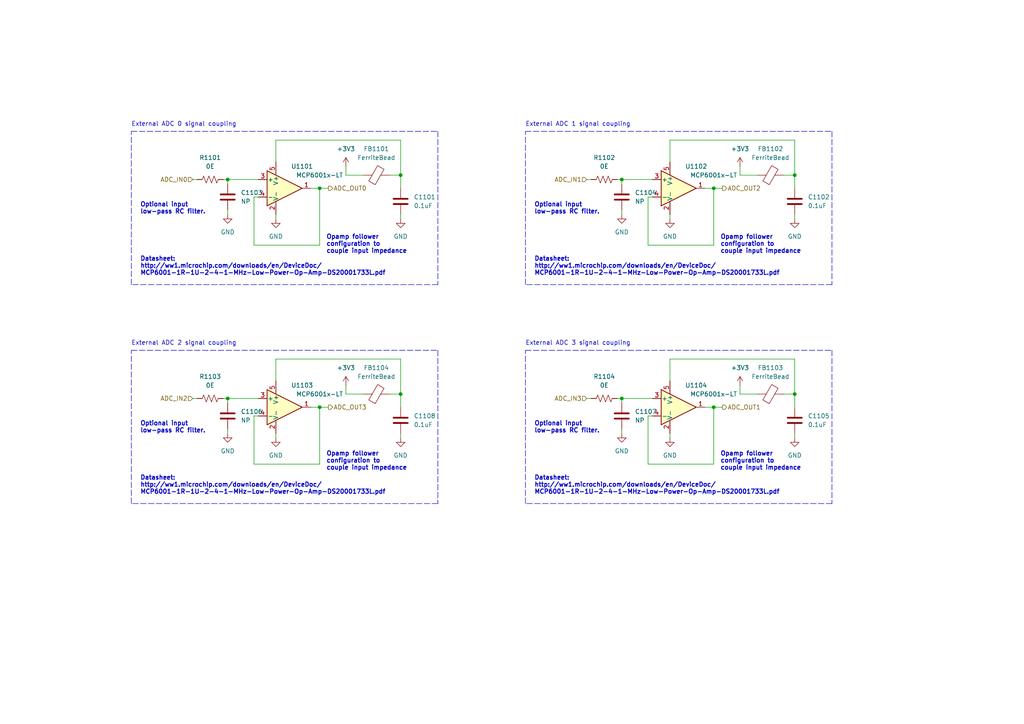
<source format=kicad_sch>
(kicad_sch (version 20211123) (generator eeschema)

  (uuid 2cef2060-ed20-41aa-b495-8a8913bda90e)

  (paper "A4")

  (title_block
    (title "Thesis Proyect Luis Ernesto Fdez")
    (date "2022-03-17")
    (rev "A")
    (company "Universidad Autónoma de Querétaro")
    (comment 1 "external sensors and LEGO mechanical construction elements as educational equipment.")
    (comment 2 "Design implemets a replacement for the LEGO Mindstorms robot controllers for use with")
    (comment 3 "Distributed Open-source as: CC BY-SA 4.0")
  )

  (lib_symbols
    (symbol "Amplifier_Operational:MCP6001x-LT" (pin_names (offset 0.127)) (in_bom yes) (on_board yes)
      (property "Reference" "U" (id 0) (at -1.27 6.35 0)
        (effects (font (size 1.27 1.27)) (justify left))
      )
      (property "Value" "MCP6001x-LT" (id 1) (at -1.27 3.81 0)
        (effects (font (size 1.27 1.27)) (justify left))
      )
      (property "Footprint" "Package_TO_SOT_SMD:SOT-353_SC-70-5" (id 2) (at -2.54 -5.08 0)
        (effects (font (size 1.27 1.27)) (justify left) hide)
      )
      (property "Datasheet" "http://ww1.microchip.com/downloads/en/DeviceDoc/21733j.pdf" (id 3) (at 0 0 0)
        (effects (font (size 1.27 1.27)) hide)
      )
      (property "ki_keywords" "single opamp" (id 4) (at 0 0 0)
        (effects (font (size 1.27 1.27)) hide)
      )
      (property "ki_description" "1 MHz, Low-Power Op Amp, SC-70-5" (id 5) (at 0 0 0)
        (effects (font (size 1.27 1.27)) hide)
      )
      (property "ki_fp_filters" "*SC?70*" (id 6) (at 0 0 0)
        (effects (font (size 1.27 1.27)) hide)
      )
      (symbol "MCP6001x-LT_0_1"
        (polyline
          (pts
            (xy -5.08 5.08)
            (xy 5.08 0)
            (xy -5.08 -5.08)
            (xy -5.08 5.08)
          )
          (stroke (width 0.254) (type default) (color 0 0 0 0))
          (fill (type background))
        )
        (pin power_in line (at -2.54 -7.62 90) (length 3.81)
          (name "V-" (effects (font (size 1.27 1.27))))
          (number "2" (effects (font (size 1.27 1.27))))
        )
        (pin power_in line (at -2.54 7.62 270) (length 3.81)
          (name "V+" (effects (font (size 1.27 1.27))))
          (number "5" (effects (font (size 1.27 1.27))))
        )
      )
      (symbol "MCP6001x-LT_1_1"
        (pin output line (at 7.62 0 180) (length 2.54)
          (name "~" (effects (font (size 1.27 1.27))))
          (number "1" (effects (font (size 1.27 1.27))))
        )
        (pin input line (at -7.62 2.54 0) (length 2.54)
          (name "+" (effects (font (size 1.27 1.27))))
          (number "3" (effects (font (size 1.27 1.27))))
        )
        (pin input line (at -7.62 -2.54 0) (length 2.54)
          (name "-" (effects (font (size 1.27 1.27))))
          (number "4" (effects (font (size 1.27 1.27))))
        )
      )
    )
    (symbol "Device:C" (pin_numbers hide) (pin_names (offset 0.254)) (in_bom yes) (on_board yes)
      (property "Reference" "C" (id 0) (at 0.635 2.54 0)
        (effects (font (size 1.27 1.27)) (justify left))
      )
      (property "Value" "C" (id 1) (at 0.635 -2.54 0)
        (effects (font (size 1.27 1.27)) (justify left))
      )
      (property "Footprint" "" (id 2) (at 0.9652 -3.81 0)
        (effects (font (size 1.27 1.27)) hide)
      )
      (property "Datasheet" "~" (id 3) (at 0 0 0)
        (effects (font (size 1.27 1.27)) hide)
      )
      (property "ki_keywords" "cap capacitor" (id 4) (at 0 0 0)
        (effects (font (size 1.27 1.27)) hide)
      )
      (property "ki_description" "Unpolarized capacitor" (id 5) (at 0 0 0)
        (effects (font (size 1.27 1.27)) hide)
      )
      (property "ki_fp_filters" "C_*" (id 6) (at 0 0 0)
        (effects (font (size 1.27 1.27)) hide)
      )
      (symbol "C_0_1"
        (polyline
          (pts
            (xy -2.032 -0.762)
            (xy 2.032 -0.762)
          )
          (stroke (width 0.508) (type default) (color 0 0 0 0))
          (fill (type none))
        )
        (polyline
          (pts
            (xy -2.032 0.762)
            (xy 2.032 0.762)
          )
          (stroke (width 0.508) (type default) (color 0 0 0 0))
          (fill (type none))
        )
      )
      (symbol "C_1_1"
        (pin passive line (at 0 3.81 270) (length 2.794)
          (name "~" (effects (font (size 1.27 1.27))))
          (number "1" (effects (font (size 1.27 1.27))))
        )
        (pin passive line (at 0 -3.81 90) (length 2.794)
          (name "~" (effects (font (size 1.27 1.27))))
          (number "2" (effects (font (size 1.27 1.27))))
        )
      )
    )
    (symbol "Device:FerriteBead" (pin_numbers hide) (pin_names (offset 0)) (in_bom yes) (on_board yes)
      (property "Reference" "FB" (id 0) (at -3.81 0.635 90)
        (effects (font (size 1.27 1.27)))
      )
      (property "Value" "FerriteBead" (id 1) (at 3.81 0 90)
        (effects (font (size 1.27 1.27)))
      )
      (property "Footprint" "" (id 2) (at -1.778 0 90)
        (effects (font (size 1.27 1.27)) hide)
      )
      (property "Datasheet" "~" (id 3) (at 0 0 0)
        (effects (font (size 1.27 1.27)) hide)
      )
      (property "ki_keywords" "L ferrite bead inductor filter" (id 4) (at 0 0 0)
        (effects (font (size 1.27 1.27)) hide)
      )
      (property "ki_description" "Ferrite bead" (id 5) (at 0 0 0)
        (effects (font (size 1.27 1.27)) hide)
      )
      (property "ki_fp_filters" "Inductor_* L_* *Ferrite*" (id 6) (at 0 0 0)
        (effects (font (size 1.27 1.27)) hide)
      )
      (symbol "FerriteBead_0_1"
        (polyline
          (pts
            (xy 0 -1.27)
            (xy 0 -1.2192)
          )
          (stroke (width 0) (type default) (color 0 0 0 0))
          (fill (type none))
        )
        (polyline
          (pts
            (xy 0 1.27)
            (xy 0 1.2954)
          )
          (stroke (width 0) (type default) (color 0 0 0 0))
          (fill (type none))
        )
        (polyline
          (pts
            (xy -2.7686 0.4064)
            (xy -1.7018 2.2606)
            (xy 2.7686 -0.3048)
            (xy 1.6764 -2.159)
            (xy -2.7686 0.4064)
          )
          (stroke (width 0) (type default) (color 0 0 0 0))
          (fill (type none))
        )
      )
      (symbol "FerriteBead_1_1"
        (pin passive line (at 0 3.81 270) (length 2.54)
          (name "~" (effects (font (size 1.27 1.27))))
          (number "1" (effects (font (size 1.27 1.27))))
        )
        (pin passive line (at 0 -3.81 90) (length 2.54)
          (name "~" (effects (font (size 1.27 1.27))))
          (number "2" (effects (font (size 1.27 1.27))))
        )
      )
    )
    (symbol "Device:R_US" (pin_numbers hide) (pin_names (offset 0)) (in_bom yes) (on_board yes)
      (property "Reference" "R" (id 0) (at 2.54 0 90)
        (effects (font (size 1.27 1.27)))
      )
      (property "Value" "R_US" (id 1) (at -2.54 0 90)
        (effects (font (size 1.27 1.27)))
      )
      (property "Footprint" "" (id 2) (at 1.016 -0.254 90)
        (effects (font (size 1.27 1.27)) hide)
      )
      (property "Datasheet" "~" (id 3) (at 0 0 0)
        (effects (font (size 1.27 1.27)) hide)
      )
      (property "ki_keywords" "R res resistor" (id 4) (at 0 0 0)
        (effects (font (size 1.27 1.27)) hide)
      )
      (property "ki_description" "Resistor, US symbol" (id 5) (at 0 0 0)
        (effects (font (size 1.27 1.27)) hide)
      )
      (property "ki_fp_filters" "R_*" (id 6) (at 0 0 0)
        (effects (font (size 1.27 1.27)) hide)
      )
      (symbol "R_US_0_1"
        (polyline
          (pts
            (xy 0 -2.286)
            (xy 0 -2.54)
          )
          (stroke (width 0) (type default) (color 0 0 0 0))
          (fill (type none))
        )
        (polyline
          (pts
            (xy 0 2.286)
            (xy 0 2.54)
          )
          (stroke (width 0) (type default) (color 0 0 0 0))
          (fill (type none))
        )
        (polyline
          (pts
            (xy 0 -0.762)
            (xy 1.016 -1.143)
            (xy 0 -1.524)
            (xy -1.016 -1.905)
            (xy 0 -2.286)
          )
          (stroke (width 0) (type default) (color 0 0 0 0))
          (fill (type none))
        )
        (polyline
          (pts
            (xy 0 0.762)
            (xy 1.016 0.381)
            (xy 0 0)
            (xy -1.016 -0.381)
            (xy 0 -0.762)
          )
          (stroke (width 0) (type default) (color 0 0 0 0))
          (fill (type none))
        )
        (polyline
          (pts
            (xy 0 2.286)
            (xy 1.016 1.905)
            (xy 0 1.524)
            (xy -1.016 1.143)
            (xy 0 0.762)
          )
          (stroke (width 0) (type default) (color 0 0 0 0))
          (fill (type none))
        )
      )
      (symbol "R_US_1_1"
        (pin passive line (at 0 3.81 270) (length 1.27)
          (name "~" (effects (font (size 1.27 1.27))))
          (number "1" (effects (font (size 1.27 1.27))))
        )
        (pin passive line (at 0 -3.81 90) (length 1.27)
          (name "~" (effects (font (size 1.27 1.27))))
          (number "2" (effects (font (size 1.27 1.27))))
        )
      )
    )
    (symbol "power:+3.3V" (power) (pin_names (offset 0)) (in_bom yes) (on_board yes)
      (property "Reference" "#PWR" (id 0) (at 0 -3.81 0)
        (effects (font (size 1.27 1.27)) hide)
      )
      (property "Value" "+3.3V" (id 1) (at 0 3.556 0)
        (effects (font (size 1.27 1.27)))
      )
      (property "Footprint" "" (id 2) (at 0 0 0)
        (effects (font (size 1.27 1.27)) hide)
      )
      (property "Datasheet" "" (id 3) (at 0 0 0)
        (effects (font (size 1.27 1.27)) hide)
      )
      (property "ki_keywords" "power-flag" (id 4) (at 0 0 0)
        (effects (font (size 1.27 1.27)) hide)
      )
      (property "ki_description" "Power symbol creates a global label with name \"+3.3V\"" (id 5) (at 0 0 0)
        (effects (font (size 1.27 1.27)) hide)
      )
      (symbol "+3.3V_0_1"
        (polyline
          (pts
            (xy -0.762 1.27)
            (xy 0 2.54)
          )
          (stroke (width 0) (type default) (color 0 0 0 0))
          (fill (type none))
        )
        (polyline
          (pts
            (xy 0 0)
            (xy 0 2.54)
          )
          (stroke (width 0) (type default) (color 0 0 0 0))
          (fill (type none))
        )
        (polyline
          (pts
            (xy 0 2.54)
            (xy 0.762 1.27)
          )
          (stroke (width 0) (type default) (color 0 0 0 0))
          (fill (type none))
        )
      )
      (symbol "+3.3V_1_1"
        (pin power_in line (at 0 0 90) (length 0) hide
          (name "+3V3" (effects (font (size 1.27 1.27))))
          (number "1" (effects (font (size 1.27 1.27))))
        )
      )
    )
    (symbol "power:GND" (power) (pin_names (offset 0)) (in_bom yes) (on_board yes)
      (property "Reference" "#PWR" (id 0) (at 0 -6.35 0)
        (effects (font (size 1.27 1.27)) hide)
      )
      (property "Value" "GND" (id 1) (at 0 -3.81 0)
        (effects (font (size 1.27 1.27)))
      )
      (property "Footprint" "" (id 2) (at 0 0 0)
        (effects (font (size 1.27 1.27)) hide)
      )
      (property "Datasheet" "" (id 3) (at 0 0 0)
        (effects (font (size 1.27 1.27)) hide)
      )
      (property "ki_keywords" "power-flag" (id 4) (at 0 0 0)
        (effects (font (size 1.27 1.27)) hide)
      )
      (property "ki_description" "Power symbol creates a global label with name \"GND\" , ground" (id 5) (at 0 0 0)
        (effects (font (size 1.27 1.27)) hide)
      )
      (symbol "GND_0_1"
        (polyline
          (pts
            (xy 0 0)
            (xy 0 -1.27)
            (xy 1.27 -1.27)
            (xy 0 -2.54)
            (xy -1.27 -1.27)
            (xy 0 -1.27)
          )
          (stroke (width 0) (type default) (color 0 0 0 0))
          (fill (type none))
        )
      )
      (symbol "GND_1_1"
        (pin power_in line (at 0 0 270) (length 0) hide
          (name "GND" (effects (font (size 1.27 1.27))))
          (number "1" (effects (font (size 1.27 1.27))))
        )
      )
    )
  )

  (junction (at 116.205 50.8) (diameter 0) (color 0 0 0 0)
    (uuid 010fd6a5-eedb-40c1-a82a-6ce17baba350)
  )
  (junction (at 207.01 118.11) (diameter 0) (color 0 0 0 0)
    (uuid 15238240-ebd5-4e51-8834-0fed8cf4908e)
  )
  (junction (at 92.71 118.11) (diameter 0) (color 0 0 0 0)
    (uuid 23f77692-308a-4e13-b73a-6103712db9c8)
  )
  (junction (at 230.505 114.3) (diameter 0) (color 0 0 0 0)
    (uuid 479c70d8-c7df-4e3f-8e09-17a6020c21f9)
  )
  (junction (at 116.205 114.3) (diameter 0) (color 0 0 0 0)
    (uuid 76dc1049-d1fe-482d-9d07-56dd932176ba)
  )
  (junction (at 66.04 115.57) (diameter 0) (color 0 0 0 0)
    (uuid a6927a11-996c-4cb9-ad10-19cd2f267ce0)
  )
  (junction (at 230.505 50.8) (diameter 0) (color 0 0 0 0)
    (uuid a900d24f-5d8e-472e-926d-018054e3e18a)
  )
  (junction (at 207.01 54.61) (diameter 0) (color 0 0 0 0)
    (uuid b91a7d0e-d860-49c3-9bb7-c768c993f9ab)
  )
  (junction (at 180.34 52.07) (diameter 0) (color 0 0 0 0)
    (uuid d20789e6-9fd2-4aad-b928-6c184dfc97ea)
  )
  (junction (at 92.71 54.61) (diameter 0) (color 0 0 0 0)
    (uuid f6df0bfa-bc02-4541-9391-5bcdcf885267)
  )
  (junction (at 66.04 52.07) (diameter 0) (color 0 0 0 0)
    (uuid fa955605-8310-4c1d-8f66-c8043064e413)
  )
  (junction (at 180.34 115.57) (diameter 0) (color 0 0 0 0)
    (uuid fe862095-fbef-4761-b54e-202c92d71a57)
  )

  (wire (pts (xy 189.23 57.15) (xy 187.96 57.15))
    (stroke (width 0) (type default) (color 0 0 0 0))
    (uuid 0127dfb2-9e8a-42d7-a078-d62f59bcd181)
  )
  (wire (pts (xy 230.505 125.73) (xy 230.505 127))
    (stroke (width 0) (type default) (color 0 0 0 0))
    (uuid 04e5e482-0aac-4155-98bf-d82c2ce1a492)
  )
  (wire (pts (xy 180.34 124.46) (xy 180.34 125.73))
    (stroke (width 0) (type default) (color 0 0 0 0))
    (uuid 0511462b-0c63-4b2c-8783-b14f7a96a917)
  )
  (wire (pts (xy 116.205 50.8) (xy 116.205 54.61))
    (stroke (width 0) (type default) (color 0 0 0 0))
    (uuid 0876ea84-d9a6-481c-b495-e2ea249a9365)
  )
  (wire (pts (xy 207.01 54.61) (xy 209.55 54.61))
    (stroke (width 0) (type default) (color 0 0 0 0))
    (uuid 0dec4ba4-7880-44e6-814c-8d500703affe)
  )
  (wire (pts (xy 80.01 125.73) (xy 80.01 127))
    (stroke (width 0) (type default) (color 0 0 0 0))
    (uuid 0e44c1cc-4223-4a48-95ce-9cae48651d00)
  )
  (wire (pts (xy 116.205 114.3) (xy 116.205 118.11))
    (stroke (width 0) (type default) (color 0 0 0 0))
    (uuid 0f42dfb3-9bdb-451b-86b3-ee0e186348ac)
  )
  (wire (pts (xy 66.04 116.84) (xy 66.04 115.57))
    (stroke (width 0) (type default) (color 0 0 0 0))
    (uuid 14221a98-28d0-4be0-b87e-73862133b200)
  )
  (wire (pts (xy 64.77 52.07) (xy 66.04 52.07))
    (stroke (width 0) (type default) (color 0 0 0 0))
    (uuid 16e05dfd-21e9-4add-ae84-10dfffaeaf6f)
  )
  (wire (pts (xy 187.96 134.62) (xy 207.01 134.62))
    (stroke (width 0) (type default) (color 0 0 0 0))
    (uuid 18d85c06-2c00-4d6c-b702-99b3362bd8d7)
  )
  (polyline (pts (xy 38.1 82.55) (xy 38.1 38.1))
    (stroke (width 0) (type default) (color 0 0 0 0))
    (uuid 196021b9-ff47-43a8-9e4e-0f272bcfce1a)
  )

  (wire (pts (xy 194.31 40.64) (xy 194.31 46.99))
    (stroke (width 0) (type default) (color 0 0 0 0))
    (uuid 1baf9b7e-d41f-4ea7-b747-869daa12ee9b)
  )
  (wire (pts (xy 189.23 120.65) (xy 187.96 120.65))
    (stroke (width 0) (type default) (color 0 0 0 0))
    (uuid 1c9fedcb-80e9-412c-9556-292f47576065)
  )
  (wire (pts (xy 100.33 50.8) (xy 105.41 50.8))
    (stroke (width 0) (type default) (color 0 0 0 0))
    (uuid 1f7ef47d-7132-4712-923d-c47c17514458)
  )
  (wire (pts (xy 100.33 114.3) (xy 105.41 114.3))
    (stroke (width 0) (type default) (color 0 0 0 0))
    (uuid 22173130-bd04-4879-9275-37de85e35cd5)
  )
  (polyline (pts (xy 38.1 38.1) (xy 127 38.1))
    (stroke (width 0) (type default) (color 0 0 0 0))
    (uuid 27ce6bfa-cd26-4e5e-aacc-86ea606841d8)
  )

  (wire (pts (xy 214.63 50.8) (xy 219.71 50.8))
    (stroke (width 0) (type default) (color 0 0 0 0))
    (uuid 299a2765-53e4-4d2e-8876-8beca9497715)
  )
  (polyline (pts (xy 241.3 101.6) (xy 241.3 146.05))
    (stroke (width 0) (type default) (color 0 0 0 0))
    (uuid 2d5731a1-64e3-4746-bd82-8f4cb3786bb6)
  )

  (wire (pts (xy 170.18 115.57) (xy 171.45 115.57))
    (stroke (width 0) (type default) (color 0 0 0 0))
    (uuid 30605df1-6783-4bea-9b05-b0fedf643cd8)
  )
  (polyline (pts (xy 127 146.05) (xy 38.1 146.05))
    (stroke (width 0) (type default) (color 0 0 0 0))
    (uuid 31980a3f-afd1-433d-8d0f-04a165a8afc6)
  )

  (wire (pts (xy 116.205 125.73) (xy 116.205 127))
    (stroke (width 0) (type default) (color 0 0 0 0))
    (uuid 32c7b273-d502-47ce-acb3-1ccf602f7e72)
  )
  (wire (pts (xy 80.01 40.64) (xy 116.205 40.64))
    (stroke (width 0) (type default) (color 0 0 0 0))
    (uuid 34515928-0e14-4410-a218-d345302f8b16)
  )
  (wire (pts (xy 194.31 125.73) (xy 194.31 127))
    (stroke (width 0) (type default) (color 0 0 0 0))
    (uuid 36d45ab5-e9c1-4ed9-ba6a-7cde9c3c0d57)
  )
  (wire (pts (xy 66.04 115.57) (xy 74.93 115.57))
    (stroke (width 0) (type default) (color 0 0 0 0))
    (uuid 3b7fe25c-b850-49d5-8b1d-f31bcc2b0d05)
  )
  (polyline (pts (xy 241.3 38.1) (xy 241.3 82.55))
    (stroke (width 0) (type default) (color 0 0 0 0))
    (uuid 3c8cbb49-3bd5-46e4-b250-7cbe7757b185)
  )

  (wire (pts (xy 80.01 104.14) (xy 80.01 110.49))
    (stroke (width 0) (type default) (color 0 0 0 0))
    (uuid 40054647-4ea2-420d-b866-5ede8f95c99f)
  )
  (wire (pts (xy 230.505 114.3) (xy 230.505 118.11))
    (stroke (width 0) (type default) (color 0 0 0 0))
    (uuid 40fa6b99-3d80-4610-bd0d-029afa170855)
  )
  (wire (pts (xy 55.88 52.07) (xy 57.15 52.07))
    (stroke (width 0) (type default) (color 0 0 0 0))
    (uuid 42603496-587f-4033-b74e-62931787bce4)
  )
  (wire (pts (xy 66.04 60.96) (xy 66.04 62.23))
    (stroke (width 0) (type default) (color 0 0 0 0))
    (uuid 44bdda24-1c95-440b-8dc4-3a0b80092bae)
  )
  (wire (pts (xy 194.31 104.14) (xy 194.31 110.49))
    (stroke (width 0) (type default) (color 0 0 0 0))
    (uuid 46bddb0d-1095-4a0f-ac00-8c9dc9d7fb9f)
  )
  (wire (pts (xy 80.01 40.64) (xy 80.01 46.99))
    (stroke (width 0) (type default) (color 0 0 0 0))
    (uuid 4a89bfbf-8dc8-44c0-80b3-4cfcd603a086)
  )
  (wire (pts (xy 230.505 40.64) (xy 230.505 50.8))
    (stroke (width 0) (type default) (color 0 0 0 0))
    (uuid 4c220c2f-a12f-4b22-9e16-081564ec8e6f)
  )
  (polyline (pts (xy 241.3 146.05) (xy 152.4 146.05))
    (stroke (width 0) (type default) (color 0 0 0 0))
    (uuid 4d232f00-f6c0-4e6c-91fe-ff0ebdd76b11)
  )
  (polyline (pts (xy 152.4 146.05) (xy 152.4 101.6))
    (stroke (width 0) (type default) (color 0 0 0 0))
    (uuid 50cd9380-5264-4281-b10c-0b3fcc2da377)
  )
  (polyline (pts (xy 127 38.1) (xy 127 82.55))
    (stroke (width 0) (type default) (color 0 0 0 0))
    (uuid 58603473-3081-4a8c-8ab3-9e2a2bd80ca5)
  )
  (polyline (pts (xy 38.1 146.05) (xy 38.1 101.6))
    (stroke (width 0) (type default) (color 0 0 0 0))
    (uuid 59161a40-9ce3-464c-a6a1-513f0fcad83f)
  )
  (polyline (pts (xy 127 82.55) (xy 38.1 82.55))
    (stroke (width 0) (type default) (color 0 0 0 0))
    (uuid 59716099-bb99-46df-8a86-a74dab0fdaac)
  )

  (wire (pts (xy 92.71 54.61) (xy 90.17 54.61))
    (stroke (width 0) (type default) (color 0 0 0 0))
    (uuid 5b41c3f3-f865-4b3c-9308-2cd5fa2d0d13)
  )
  (wire (pts (xy 194.31 62.23) (xy 194.31 63.5))
    (stroke (width 0) (type default) (color 0 0 0 0))
    (uuid 5d98008f-dab5-4982-87b1-91503273e88f)
  )
  (wire (pts (xy 187.96 120.65) (xy 187.96 134.62))
    (stroke (width 0) (type default) (color 0 0 0 0))
    (uuid 60a74a88-2c39-441f-94fb-fde74da34a23)
  )
  (polyline (pts (xy 38.1 101.6) (xy 127 101.6))
    (stroke (width 0) (type default) (color 0 0 0 0))
    (uuid 6206b81e-8818-49e4-bf12-e93462f1cbb4)
  )

  (wire (pts (xy 180.34 116.84) (xy 180.34 115.57))
    (stroke (width 0) (type default) (color 0 0 0 0))
    (uuid 6930068a-a0fd-4aa7-84b6-52c67d969707)
  )
  (wire (pts (xy 55.88 115.57) (xy 57.15 115.57))
    (stroke (width 0) (type default) (color 0 0 0 0))
    (uuid 6a3071cd-9ef8-4ea3-8558-d9915c5ff995)
  )
  (wire (pts (xy 230.505 40.64) (xy 194.31 40.64))
    (stroke (width 0) (type default) (color 0 0 0 0))
    (uuid 6e4e78b1-c6fb-4109-92cc-0edb68be192a)
  )
  (wire (pts (xy 230.505 50.8) (xy 230.505 54.61))
    (stroke (width 0) (type default) (color 0 0 0 0))
    (uuid 733fe6bc-c07f-4160-bd78-2bb921e88ced)
  )
  (wire (pts (xy 227.33 50.8) (xy 230.505 50.8))
    (stroke (width 0) (type default) (color 0 0 0 0))
    (uuid 74b36a66-e48e-4002-a70d-618f6c7e9d05)
  )
  (wire (pts (xy 73.66 57.15) (xy 73.66 71.12))
    (stroke (width 0) (type default) (color 0 0 0 0))
    (uuid 76002a85-2e0c-488e-9a00-08540b263007)
  )
  (wire (pts (xy 170.18 52.07) (xy 171.45 52.07))
    (stroke (width 0) (type default) (color 0 0 0 0))
    (uuid 766b4620-3289-4c7e-8b09-150e63d863ba)
  )
  (wire (pts (xy 116.205 40.64) (xy 116.205 50.8))
    (stroke (width 0) (type default) (color 0 0 0 0))
    (uuid 76eac3a4-2e91-4339-92b3-ab7f7b8e025b)
  )
  (wire (pts (xy 116.205 104.14) (xy 116.205 114.3))
    (stroke (width 0) (type default) (color 0 0 0 0))
    (uuid 7b951260-6f66-472b-b940-60a624f43802)
  )
  (wire (pts (xy 92.71 54.61) (xy 95.25 54.61))
    (stroke (width 0) (type default) (color 0 0 0 0))
    (uuid 82a07bf4-7e4a-4244-83a7-01ba6cc37778)
  )
  (polyline (pts (xy 241.3 82.55) (xy 152.4 82.55))
    (stroke (width 0) (type default) (color 0 0 0 0))
    (uuid 8842e2d0-c60d-44b2-9a38-72c6d1a37c9a)
  )

  (wire (pts (xy 64.77 115.57) (xy 66.04 115.57))
    (stroke (width 0) (type default) (color 0 0 0 0))
    (uuid 8c2d2288-0fc1-4225-9f26-d0fc301542e5)
  )
  (wire (pts (xy 80.01 62.23) (xy 80.01 63.5))
    (stroke (width 0) (type default) (color 0 0 0 0))
    (uuid 9159e71c-ebc7-4eb9-8a94-1d5196216e07)
  )
  (wire (pts (xy 214.63 48.26) (xy 214.63 50.8))
    (stroke (width 0) (type default) (color 0 0 0 0))
    (uuid 9347bc52-2f51-4596-8dd2-840c4fdb55e2)
  )
  (wire (pts (xy 74.93 120.65) (xy 73.66 120.65))
    (stroke (width 0) (type default) (color 0 0 0 0))
    (uuid 94bb49ec-a4e5-4763-8177-33fc7ec22b77)
  )
  (wire (pts (xy 227.33 114.3) (xy 230.505 114.3))
    (stroke (width 0) (type default) (color 0 0 0 0))
    (uuid 94e99018-6a92-4a79-a6e3-bcf3d9146164)
  )
  (wire (pts (xy 179.07 115.57) (xy 180.34 115.57))
    (stroke (width 0) (type default) (color 0 0 0 0))
    (uuid 95639a03-ee6b-45b1-a02c-93f18d1b8c87)
  )
  (wire (pts (xy 187.96 71.12) (xy 207.01 71.12))
    (stroke (width 0) (type default) (color 0 0 0 0))
    (uuid 9c9edff3-b428-4870-8ae7-1e8fad760a83)
  )
  (wire (pts (xy 73.66 71.12) (xy 92.71 71.12))
    (stroke (width 0) (type default) (color 0 0 0 0))
    (uuid 9d7fe94a-be28-492a-8172-e85b58f916e6)
  )
  (wire (pts (xy 92.71 71.12) (xy 92.71 54.61))
    (stroke (width 0) (type default) (color 0 0 0 0))
    (uuid a5a58d60-46bb-4510-8ee0-0b2e4baabca0)
  )
  (wire (pts (xy 66.04 124.46) (xy 66.04 125.73))
    (stroke (width 0) (type default) (color 0 0 0 0))
    (uuid ab9e10b6-4485-40ab-95b5-b8258fa4ee69)
  )
  (wire (pts (xy 80.01 104.14) (xy 116.205 104.14))
    (stroke (width 0) (type default) (color 0 0 0 0))
    (uuid b1893fbe-3572-4c00-a69f-aa9080f3eb22)
  )
  (wire (pts (xy 187.96 57.15) (xy 187.96 71.12))
    (stroke (width 0) (type default) (color 0 0 0 0))
    (uuid b1c69936-04e1-4f69-8213-366b24f6f215)
  )
  (wire (pts (xy 74.93 57.15) (xy 73.66 57.15))
    (stroke (width 0) (type default) (color 0 0 0 0))
    (uuid b2ccc933-dfe9-454b-a7f3-2e03ec0137e1)
  )
  (wire (pts (xy 66.04 53.34) (xy 66.04 52.07))
    (stroke (width 0) (type default) (color 0 0 0 0))
    (uuid b8c55de5-ff62-4f89-a23e-6fab28c81d11)
  )
  (polyline (pts (xy 127 101.6) (xy 127 146.05))
    (stroke (width 0) (type default) (color 0 0 0 0))
    (uuid b9385907-4d59-4735-b2a5-1193f974b2b9)
  )

  (wire (pts (xy 113.03 50.8) (xy 116.205 50.8))
    (stroke (width 0) (type default) (color 0 0 0 0))
    (uuid b9d2b1d0-a041-4428-b840-fe244eb15a53)
  )
  (wire (pts (xy 116.205 62.23) (xy 116.205 63.5))
    (stroke (width 0) (type default) (color 0 0 0 0))
    (uuid bb193cd5-653b-4f23-bb72-caf745eae153)
  )
  (wire (pts (xy 180.34 60.96) (xy 180.34 62.23))
    (stroke (width 0) (type default) (color 0 0 0 0))
    (uuid bd0fc26b-b58a-401f-bb69-56014f43741a)
  )
  (wire (pts (xy 207.01 54.61) (xy 204.47 54.61))
    (stroke (width 0) (type default) (color 0 0 0 0))
    (uuid bd989059-1eda-498d-9264-e7c0c057d5e4)
  )
  (wire (pts (xy 214.63 111.76) (xy 214.63 114.3))
    (stroke (width 0) (type default) (color 0 0 0 0))
    (uuid bf54e90a-1130-40c5-a7d1-a0590a380bc3)
  )
  (wire (pts (xy 113.03 114.3) (xy 116.205 114.3))
    (stroke (width 0) (type default) (color 0 0 0 0))
    (uuid c447b330-997a-4143-9650-dc8fc94dd522)
  )
  (polyline (pts (xy 152.4 38.1) (xy 241.3 38.1))
    (stroke (width 0) (type default) (color 0 0 0 0))
    (uuid c521f49f-ca25-4b30-a7c5-4742226de655)
  )

  (wire (pts (xy 73.66 120.65) (xy 73.66 134.62))
    (stroke (width 0) (type default) (color 0 0 0 0))
    (uuid c7e870ec-5429-448c-875e-bfa5ff48d057)
  )
  (wire (pts (xy 73.66 134.62) (xy 92.71 134.62))
    (stroke (width 0) (type default) (color 0 0 0 0))
    (uuid ca41fca7-65c6-41d2-81b0-d2fedae28697)
  )
  (wire (pts (xy 179.07 52.07) (xy 180.34 52.07))
    (stroke (width 0) (type default) (color 0 0 0 0))
    (uuid cb23c170-4626-420a-b67a-0a43e97b00ff)
  )
  (polyline (pts (xy 152.4 101.6) (xy 241.3 101.6))
    (stroke (width 0) (type default) (color 0 0 0 0))
    (uuid cc64bd20-bd35-45da-a993-f3063f2def29)
  )

  (wire (pts (xy 230.505 104.14) (xy 194.31 104.14))
    (stroke (width 0) (type default) (color 0 0 0 0))
    (uuid cd5d7e5d-0f4e-4d98-8709-f91ea85f12aa)
  )
  (wire (pts (xy 207.01 118.11) (xy 204.47 118.11))
    (stroke (width 0) (type default) (color 0 0 0 0))
    (uuid cfc7be4e-2853-4b83-b58f-bae81080d143)
  )
  (wire (pts (xy 66.04 52.07) (xy 74.93 52.07))
    (stroke (width 0) (type default) (color 0 0 0 0))
    (uuid d041027b-1e7d-47b9-99a5-5f3f027f8d91)
  )
  (polyline (pts (xy 152.4 82.55) (xy 152.4 38.1))
    (stroke (width 0) (type default) (color 0 0 0 0))
    (uuid d45bd6f9-8a1d-4c99-8e52-8bab90fa4601)
  )

  (wire (pts (xy 230.505 104.14) (xy 230.505 114.3))
    (stroke (width 0) (type default) (color 0 0 0 0))
    (uuid d716a29b-a13e-4ac7-a57f-bbf1d3bc1f5c)
  )
  (wire (pts (xy 180.34 52.07) (xy 189.23 52.07))
    (stroke (width 0) (type default) (color 0 0 0 0))
    (uuid d93790f7-38a6-4841-b8f2-c3b704ec4df3)
  )
  (wire (pts (xy 92.71 134.62) (xy 92.71 118.11))
    (stroke (width 0) (type default) (color 0 0 0 0))
    (uuid da1fad9c-c0cc-4be9-94e4-232bcdf2d252)
  )
  (wire (pts (xy 180.34 53.34) (xy 180.34 52.07))
    (stroke (width 0) (type default) (color 0 0 0 0))
    (uuid db06a59e-b617-47bc-b376-87f637200696)
  )
  (wire (pts (xy 100.33 48.26) (xy 100.33 50.8))
    (stroke (width 0) (type default) (color 0 0 0 0))
    (uuid dcd74d53-643c-4255-b4da-8ffd0384279f)
  )
  (wire (pts (xy 180.34 115.57) (xy 189.23 115.57))
    (stroke (width 0) (type default) (color 0 0 0 0))
    (uuid e0ffca84-a93a-41ff-b384-8cf5f7cf9b45)
  )
  (wire (pts (xy 92.71 118.11) (xy 90.17 118.11))
    (stroke (width 0) (type default) (color 0 0 0 0))
    (uuid e30683fc-d50e-4c0e-b3cd-9d7aff4dae9e)
  )
  (wire (pts (xy 207.01 118.11) (xy 209.55 118.11))
    (stroke (width 0) (type default) (color 0 0 0 0))
    (uuid e70164d4-8b38-4b7f-98b7-2025387e2d6d)
  )
  (wire (pts (xy 100.33 111.76) (xy 100.33 114.3))
    (stroke (width 0) (type default) (color 0 0 0 0))
    (uuid ea00039c-a848-4e8e-b4a9-89eda711ca0b)
  )
  (wire (pts (xy 207.01 71.12) (xy 207.01 54.61))
    (stroke (width 0) (type default) (color 0 0 0 0))
    (uuid eb74088c-a423-4a07-a6e8-541a6b5c391a)
  )
  (wire (pts (xy 92.71 118.11) (xy 95.25 118.11))
    (stroke (width 0) (type default) (color 0 0 0 0))
    (uuid f1634611-c2dd-40c2-ac99-4f3277ff2868)
  )
  (wire (pts (xy 230.505 62.23) (xy 230.505 63.5))
    (stroke (width 0) (type default) (color 0 0 0 0))
    (uuid f407dc5f-c643-4873-a6fc-fa7e5e4d6fc8)
  )
  (wire (pts (xy 214.63 114.3) (xy 219.71 114.3))
    (stroke (width 0) (type default) (color 0 0 0 0))
    (uuid f5812457-145b-47d2-a208-5638d68f9315)
  )
  (wire (pts (xy 207.01 134.62) (xy 207.01 118.11))
    (stroke (width 0) (type default) (color 0 0 0 0))
    (uuid f772cb40-cc51-4bf7-8f93-cc31506a5a7e)
  )

  (text "Opamp follower\nconfiguration to\ncouple input impedance"
    (at 208.915 73.66 0)
    (effects (font (size 1.27 1.27) bold) (justify left bottom))
    (uuid 03c5b453-bd2d-41e5-b21f-accb41b5a012)
  )
  (text "Datasheet:\nhttp://ww1.microchip.com/downloads/en/DeviceDoc/\nMCP6001-1R-1U-2-4-1-MHz-Low-Power-Op-Amp-DS20001733L.pdf"
    (at 40.64 80.01 0)
    (effects (font (size 1.27 1.27) bold) (justify left bottom))
    (uuid 1c5ac90a-5bac-4688-8283-5878ad826930)
  )
  (text "Opamp follower\nconfiguration to\ncouple input impedance"
    (at 94.615 136.525 0)
    (effects (font (size 1.27 1.27) bold) (justify left bottom))
    (uuid 2556f7be-954c-409f-83b1-7b3983e8041b)
  )
  (text "Datasheet:\nhttp://ww1.microchip.com/downloads/en/DeviceDoc/\nMCP6001-1R-1U-2-4-1-MHz-Low-Power-Op-Amp-DS20001733L.pdf"
    (at 154.94 143.51 0)
    (effects (font (size 1.27 1.27) bold) (justify left bottom))
    (uuid 28526656-53f2-4496-834b-bba1c245ac7b)
  )
  (text "Optional input\nlow-pass RC filter." (at 154.94 125.73 0)
    (effects (font (size 1.27 1.27) bold) (justify left bottom))
    (uuid 30c24890-3955-4447-b295-1623c6b72f40)
  )
  (text "Optional input\nlow-pass RC filter." (at 40.64 125.73 0)
    (effects (font (size 1.27 1.27) bold) (justify left bottom))
    (uuid 470cc8ab-fcbb-4b00-9567-cab198b6ab7f)
  )
  (text "Opamp follower\nconfiguration to\ncouple input impedance"
    (at 94.615 73.66 0)
    (effects (font (size 1.27 1.27) bold) (justify left bottom))
    (uuid 47102a61-e1d4-4f0d-b86a-944e7b34f689)
  )
  (text "Datasheet:\nhttp://ww1.microchip.com/downloads/en/DeviceDoc/\nMCP6001-1R-1U-2-4-1-MHz-Low-Power-Op-Amp-DS20001733L.pdf"
    (at 40.64 143.51 0)
    (effects (font (size 1.27 1.27) bold) (justify left bottom))
    (uuid 59ee0c9c-af20-4400-b292-a8a729d60dbb)
  )
  (text "Optional input\nlow-pass RC filter." (at 154.94 62.23 0)
    (effects (font (size 1.27 1.27) bold) (justify left bottom))
    (uuid 5f903008-c787-41b5-a954-c045c66edba9)
  )
  (text "External ADC 1 signal coupling" (at 152.4 36.83 0)
    (effects (font (size 1.27 1.27)) (justify left bottom))
    (uuid 63843153-c39e-4c77-a178-495637e211f2)
  )
  (text "External ADC 2 signal coupling" (at 38.1 100.33 0)
    (effects (font (size 1.27 1.27)) (justify left bottom))
    (uuid 83101110-4dc3-4b13-9efb-616c38f13f18)
  )
  (text "Optional input\nlow-pass RC filter." (at 40.64 62.23 0)
    (effects (font (size 1.27 1.27) bold) (justify left bottom))
    (uuid ae1c5e21-03be-41d0-83f0-026a2e8c624f)
  )
  (text "External ADC 0 signal coupling" (at 38.1 36.83 0)
    (effects (font (size 1.27 1.27)) (justify left bottom))
    (uuid aeffb202-ec6a-402e-824a-b1b6e179f84a)
  )
  (text "Opamp follower\nconfiguration to\ncouple input impedance"
    (at 208.915 136.525 0)
    (effects (font (size 1.27 1.27) bold) (justify left bottom))
    (uuid d0030a91-305a-4891-812f-184c2b778af9)
  )
  (text "External ADC 3 signal coupling" (at 152.4 100.33 0)
    (effects (font (size 1.27 1.27)) (justify left bottom))
    (uuid df0007d7-fc78-439f-9ff9-0eaf95e653ca)
  )
  (text "Datasheet:\nhttp://ww1.microchip.com/downloads/en/DeviceDoc/\nMCP6001-1R-1U-2-4-1-MHz-Low-Power-Op-Amp-DS20001733L.pdf"
    (at 154.94 80.01 0)
    (effects (font (size 1.27 1.27) bold) (justify left bottom))
    (uuid f15a6f28-0d46-48f8-b053-0e47f75017fb)
  )

  (hierarchical_label "ADC_OUT0" (shape output) (at 95.25 54.61 0)
    (effects (font (size 1.27 1.27)) (justify left))
    (uuid 182bf8e4-bf62-43b1-90cf-21879039258a)
  )
  (hierarchical_label "ADC_OUT2" (shape output) (at 209.55 54.61 0)
    (effects (font (size 1.27 1.27)) (justify left))
    (uuid 607d8298-aae7-4bb3-a55b-780b2917486d)
  )
  (hierarchical_label "ADC_OUT3" (shape output) (at 95.25 118.11 0)
    (effects (font (size 1.27 1.27)) (justify left))
    (uuid 8d55cee1-97f8-43df-be79-66386c779e93)
  )
  (hierarchical_label "ADC_IN2" (shape input) (at 55.88 115.57 180)
    (effects (font (size 1.27 1.27)) (justify right))
    (uuid ac27040d-a350-4646-a668-fca6d5292d77)
  )
  (hierarchical_label "ADC_IN1" (shape input) (at 170.18 52.07 180)
    (effects (font (size 1.27 1.27)) (justify right))
    (uuid b93c5583-f05c-4ff9-b7c0-b5b78f87c1f9)
  )
  (hierarchical_label "ADC_IN3" (shape input) (at 170.18 115.57 180)
    (effects (font (size 1.27 1.27)) (justify right))
    (uuid d6696d38-86b4-498a-b5d7-32fe623a7f4b)
  )
  (hierarchical_label "ADC_OUT1" (shape output) (at 209.55 118.11 0)
    (effects (font (size 1.27 1.27)) (justify left))
    (uuid e43d53b4-4bec-4bf8-b852-13765a51c841)
  )
  (hierarchical_label "ADC_IN0" (shape input) (at 55.88 52.07 180)
    (effects (font (size 1.27 1.27)) (justify right))
    (uuid ecb91224-fe0d-40ca-8a98-cdc0439395d7)
  )

  (symbol (lib_id "power:GND") (at 194.31 127 0)
    (in_bom yes) (on_board yes) (fields_autoplaced)
    (uuid 02e44038-a932-4cf8-bb1d-358ef9514c88)
    (property "Reference" "#PWR01122" (id 0) (at 194.31 133.35 0)
      (effects (font (size 1.27 1.27)) hide)
    )
    (property "Value" "GND" (id 1) (at 194.31 132.08 0))
    (property "Footprint" "" (id 2) (at 194.31 127 0)
      (effects (font (size 1.27 1.27)) hide)
    )
    (property "Datasheet" "" (id 3) (at 194.31 127 0)
      (effects (font (size 1.27 1.27)) hide)
    )
    (pin "1" (uuid 9369e2cb-956e-47ff-b86d-a2a6ad203565))
  )

  (symbol (lib_id "Device:C") (at 116.205 58.42 0)
    (in_bom yes) (on_board yes) (fields_autoplaced)
    (uuid 036cc533-5f0d-4946-88e4-2aecdcb8937e)
    (property "Reference" "C1101" (id 0) (at 120.015 57.1499 0)
      (effects (font (size 1.27 1.27)) (justify left))
    )
    (property "Value" "0.1uF" (id 1) (at 120.015 59.6899 0)
      (effects (font (size 1.27 1.27)) (justify left))
    )
    (property "Footprint" "Capacitor_SMD:C_0402_1005Metric_Pad0.74x0.62mm_HandSolder" (id 2) (at 117.1702 62.23 0)
      (effects (font (size 1.27 1.27)) hide)
    )
    (property "Datasheet" "~" (id 3) (at 116.205 58.42 0)
      (effects (font (size 1.27 1.27)) hide)
    )
    (pin "1" (uuid 60475eb7-09c7-4034-9b8f-e68e4bc3b68e))
    (pin "2" (uuid e63cd779-fbd9-4e61-bdd5-53cacffd1f4d))
  )

  (symbol (lib_id "power:GND") (at 80.01 127 0)
    (in_bom yes) (on_board yes) (fields_autoplaced)
    (uuid 0dd15559-7aaf-4c58-93a2-0fd05471a0e6)
    (property "Reference" "#PWR01120" (id 0) (at 80.01 133.35 0)
      (effects (font (size 1.27 1.27)) hide)
    )
    (property "Value" "GND" (id 1) (at 80.01 132.08 0))
    (property "Footprint" "" (id 2) (at 80.01 127 0)
      (effects (font (size 1.27 1.27)) hide)
    )
    (property "Datasheet" "" (id 3) (at 80.01 127 0)
      (effects (font (size 1.27 1.27)) hide)
    )
    (pin "1" (uuid a3b2d80b-8fac-4256-a1eb-c0b957490da9))
  )

  (symbol (lib_id "power:GND") (at 180.34 125.73 0)
    (in_bom yes) (on_board yes) (fields_autoplaced)
    (uuid 1b9e0f46-ddc2-46a7-adcf-2ba019888e12)
    (property "Reference" "#PWR01119" (id 0) (at 180.34 132.08 0)
      (effects (font (size 1.27 1.27)) hide)
    )
    (property "Value" "GND" (id 1) (at 180.34 130.81 0))
    (property "Footprint" "" (id 2) (at 180.34 125.73 0)
      (effects (font (size 1.27 1.27)) hide)
    )
    (property "Datasheet" "" (id 3) (at 180.34 125.73 0)
      (effects (font (size 1.27 1.27)) hide)
    )
    (pin "1" (uuid bde23f36-7fb9-421f-b4a8-7f143d7b41ee))
  )

  (symbol (lib_id "power:GND") (at 194.31 63.5 0)
    (in_bom yes) (on_board yes) (fields_autoplaced)
    (uuid 245ff495-ce27-45a6-ad63-81bbf077e701)
    (property "Reference" "#PWR01112" (id 0) (at 194.31 69.85 0)
      (effects (font (size 1.27 1.27)) hide)
    )
    (property "Value" "GND" (id 1) (at 194.31 68.58 0))
    (property "Footprint" "" (id 2) (at 194.31 63.5 0)
      (effects (font (size 1.27 1.27)) hide)
    )
    (property "Datasheet" "" (id 3) (at 194.31 63.5 0)
      (effects (font (size 1.27 1.27)) hide)
    )
    (pin "1" (uuid 02412eda-96e7-4ff1-9c44-92889de391a6))
  )

  (symbol (lib_id "Device:FerriteBead") (at 109.22 114.3 90)
    (in_bom yes) (on_board yes) (fields_autoplaced)
    (uuid 2a701f96-e340-4fd6-a64c-adca4dadb5bd)
    (property "Reference" "FB1104" (id 0) (at 109.1692 106.68 90))
    (property "Value" "FerriteBead" (id 1) (at 109.1692 109.22 90))
    (property "Footprint" "Inductor_SMD:L_0805_2012Metric" (id 2) (at 109.22 116.078 90)
      (effects (font (size 1.27 1.27)) hide)
    )
    (property "Datasheet" "~" (id 3) (at 109.22 114.3 0)
      (effects (font (size 1.27 1.27)) hide)
    )
    (pin "1" (uuid 9167bf2b-4f36-483a-806d-f3f3bf0bda37))
    (pin "2" (uuid 18655734-74f3-4700-805d-161d2a743267))
  )

  (symbol (lib_id "Device:FerriteBead") (at 223.52 50.8 90)
    (in_bom yes) (on_board yes) (fields_autoplaced)
    (uuid 2ae6b105-2b7d-4035-93e7-b741fde6ba45)
    (property "Reference" "FB1102" (id 0) (at 223.4692 43.18 90))
    (property "Value" "FerriteBead" (id 1) (at 223.4692 45.72 90))
    (property "Footprint" "Inductor_SMD:L_0805_2012Metric" (id 2) (at 223.52 52.578 90)
      (effects (font (size 1.27 1.27)) hide)
    )
    (property "Datasheet" "~" (id 3) (at 223.52 50.8 0)
      (effects (font (size 1.27 1.27)) hide)
    )
    (pin "1" (uuid f6e34afa-e685-4b9c-97dd-11220f77e39a))
    (pin "2" (uuid 3a02948e-5cb2-4651-8c04-6d1efb126f2d))
  )

  (symbol (lib_id "Device:C") (at 230.505 121.92 0)
    (in_bom yes) (on_board yes) (fields_autoplaced)
    (uuid 344f76b2-c7b4-4847-ac25-e83b0baa3c62)
    (property "Reference" "C1105" (id 0) (at 234.315 120.6499 0)
      (effects (font (size 1.27 1.27)) (justify left))
    )
    (property "Value" "0.1uF" (id 1) (at 234.315 123.1899 0)
      (effects (font (size 1.27 1.27)) (justify left))
    )
    (property "Footprint" "Capacitor_SMD:C_0402_1005Metric_Pad0.74x0.62mm_HandSolder" (id 2) (at 231.4702 125.73 0)
      (effects (font (size 1.27 1.27)) hide)
    )
    (property "Datasheet" "~" (id 3) (at 230.505 121.92 0)
      (effects (font (size 1.27 1.27)) hide)
    )
    (pin "1" (uuid 37f65d96-af76-4b66-bd49-a93b936a5ac7))
    (pin "2" (uuid d5b3ceb4-ef42-4f29-a0c0-afe166b29515))
  )

  (symbol (lib_id "Device:C") (at 66.04 120.65 0) (mirror y)
    (in_bom yes) (on_board yes) (fields_autoplaced)
    (uuid 379921a5-8920-4168-bdc6-a89089b21e88)
    (property "Reference" "C1106" (id 0) (at 69.85 119.3799 0)
      (effects (font (size 1.27 1.27)) (justify right))
    )
    (property "Value" "NP" (id 1) (at 69.85 121.9199 0)
      (effects (font (size 1.27 1.27)) (justify right))
    )
    (property "Footprint" "Capacitor_SMD:C_0603_1608Metric_Pad1.08x0.95mm_HandSolder" (id 2) (at 65.0748 124.46 0)
      (effects (font (size 1.27 1.27)) hide)
    )
    (property "Datasheet" "~" (id 3) (at 66.04 120.65 0)
      (effects (font (size 1.27 1.27)) hide)
    )
    (pin "1" (uuid a4e84cf4-67a5-4cc1-a3bd-53c3aad217f5))
    (pin "2" (uuid 92aa7101-9324-44b9-8b3a-efeaec336de5))
  )

  (symbol (lib_id "Amplifier_Operational:MCP6001x-LT") (at 82.55 118.11 0)
    (in_bom yes) (on_board yes)
    (uuid 37e1be6a-95a2-4792-a58c-f59b9c506032)
    (property "Reference" "U1103" (id 0) (at 87.63 111.76 0))
    (property "Value" "MCP6001x-LT" (id 1) (at 92.71 114.3 0))
    (property "Footprint" "Package_TO_SOT_SMD:SOT-23-5_HandSoldering" (id 2) (at 80.01 123.19 0)
      (effects (font (size 1.27 1.27)) (justify left) hide)
    )
    (property "Datasheet" "http://ww1.microchip.com/downloads/en/DeviceDoc/21733j.pdf" (id 3) (at 82.55 118.11 0)
      (effects (font (size 1.27 1.27)) hide)
    )
    (pin "2" (uuid 6ad9ab87-b8e0-4d22-9064-ee2bb4b3b846))
    (pin "5" (uuid 82735f36-e186-4d62-8abf-114596497bbe))
    (pin "1" (uuid b0181787-ed4e-43dd-befb-c2443f066557))
    (pin "3" (uuid 50f2c1ed-a5e6-4d10-bd33-4aad9f4da257))
    (pin "4" (uuid c75b3f88-65e2-4b6d-ae51-5f6021f3a15e))
  )

  (symbol (lib_id "power:GND") (at 66.04 62.23 0)
    (in_bom yes) (on_board yes) (fields_autoplaced)
    (uuid 3ddfeb32-e605-4688-b6a9-55aebbe13cab)
    (property "Reference" "#PWR01109" (id 0) (at 66.04 68.58 0)
      (effects (font (size 1.27 1.27)) hide)
    )
    (property "Value" "GND" (id 1) (at 66.04 67.31 0))
    (property "Footprint" "" (id 2) (at 66.04 62.23 0)
      (effects (font (size 1.27 1.27)) hide)
    )
    (property "Datasheet" "" (id 3) (at 66.04 62.23 0)
      (effects (font (size 1.27 1.27)) hide)
    )
    (pin "1" (uuid 46b4bac9-3b66-40bc-887b-36dba553365a))
  )

  (symbol (lib_id "power:+3.3V") (at 100.33 48.26 0)
    (in_bom yes) (on_board yes) (fields_autoplaced)
    (uuid 3f004ae0-05a5-4a47-bb73-8318efdb3b74)
    (property "Reference" "#PWR01102" (id 0) (at 100.33 52.07 0)
      (effects (font (size 1.27 1.27)) hide)
    )
    (property "Value" "+3.3V" (id 1) (at 100.33 43.18 0))
    (property "Footprint" "" (id 2) (at 100.33 48.26 0)
      (effects (font (size 1.27 1.27)) hide)
    )
    (property "Datasheet" "" (id 3) (at 100.33 48.26 0)
      (effects (font (size 1.27 1.27)) hide)
    )
    (pin "1" (uuid 19549e2a-441c-446b-9070-92e8dc61f8e7))
  )

  (symbol (lib_id "Device:C") (at 116.205 121.92 0)
    (in_bom yes) (on_board yes) (fields_autoplaced)
    (uuid 44ca5d8b-3ed2-4bfe-a688-62a702741408)
    (property "Reference" "C1108" (id 0) (at 120.015 120.6499 0)
      (effects (font (size 1.27 1.27)) (justify left))
    )
    (property "Value" "0.1uF" (id 1) (at 120.015 123.1899 0)
      (effects (font (size 1.27 1.27)) (justify left))
    )
    (property "Footprint" "Capacitor_SMD:C_0402_1005Metric_Pad0.74x0.62mm_HandSolder" (id 2) (at 117.1702 125.73 0)
      (effects (font (size 1.27 1.27)) hide)
    )
    (property "Datasheet" "~" (id 3) (at 116.205 121.92 0)
      (effects (font (size 1.27 1.27)) hide)
    )
    (pin "1" (uuid 83b8d086-cb05-47b2-b2b2-7ed5877a4743))
    (pin "2" (uuid ac06e187-3fe8-42c7-8546-6e39829a9c38))
  )

  (symbol (lib_id "Device:C") (at 180.34 120.65 0) (mirror y)
    (in_bom yes) (on_board yes) (fields_autoplaced)
    (uuid 4853d911-c36e-4b9b-a8c4-b8c89475efc1)
    (property "Reference" "C1107" (id 0) (at 184.15 119.3799 0)
      (effects (font (size 1.27 1.27)) (justify right))
    )
    (property "Value" "NP" (id 1) (at 184.15 121.9199 0)
      (effects (font (size 1.27 1.27)) (justify right))
    )
    (property "Footprint" "Capacitor_SMD:C_0603_1608Metric_Pad1.08x0.95mm_HandSolder" (id 2) (at 179.3748 124.46 0)
      (effects (font (size 1.27 1.27)) hide)
    )
    (property "Datasheet" "~" (id 3) (at 180.34 120.65 0)
      (effects (font (size 1.27 1.27)) hide)
    )
    (pin "1" (uuid 4a93b5bf-b7fb-4558-980c-aefeee68099a))
    (pin "2" (uuid 7fe1098a-f255-4046-8c03-6936d39c8d66))
  )

  (symbol (lib_id "power:GND") (at 230.505 63.5 0)
    (in_bom yes) (on_board yes) (fields_autoplaced)
    (uuid 5da44a1f-0f7a-46aa-81af-f2cb2a16788e)
    (property "Reference" "#PWR01108" (id 0) (at 230.505 69.85 0)
      (effects (font (size 1.27 1.27)) hide)
    )
    (property "Value" "GND" (id 1) (at 230.505 68.58 0))
    (property "Footprint" "" (id 2) (at 230.505 63.5 0)
      (effects (font (size 1.27 1.27)) hide)
    )
    (property "Datasheet" "" (id 3) (at 230.505 63.5 0)
      (effects (font (size 1.27 1.27)) hide)
    )
    (pin "1" (uuid 0374a159-c5b3-4e36-80f1-8082d3ff2d6e))
  )

  (symbol (lib_id "Device:R_US") (at 175.26 115.57 90)
    (in_bom yes) (on_board yes) (fields_autoplaced)
    (uuid 6c5fba51-7f68-4771-b7c4-6f32546da648)
    (property "Reference" "R1104" (id 0) (at 175.26 109.22 90))
    (property "Value" "0E" (id 1) (at 175.26 111.76 90))
    (property "Footprint" "Resistor_SMD:R_0402_1005Metric_Pad0.72x0.64mm_HandSolder" (id 2) (at 175.514 114.554 90)
      (effects (font (size 1.27 1.27)) hide)
    )
    (property "Datasheet" "~" (id 3) (at 175.26 115.57 0)
      (effects (font (size 1.27 1.27)) hide)
    )
    (pin "1" (uuid ca314a39-db71-48ee-917b-cc316f2d34fc))
    (pin "2" (uuid 3d291160-c2ff-4f8e-bb1d-175db0e5cf3c))
  )

  (symbol (lib_id "Amplifier_Operational:MCP6001x-LT") (at 196.85 118.11 0)
    (in_bom yes) (on_board yes)
    (uuid 6fc43f0e-6a41-4b05-9dfa-8d7f767b24a3)
    (property "Reference" "U1104" (id 0) (at 201.93 111.76 0))
    (property "Value" "MCP6001x-LT" (id 1) (at 207.01 114.3 0))
    (property "Footprint" "Package_TO_SOT_SMD:SOT-23-5_HandSoldering" (id 2) (at 194.31 123.19 0)
      (effects (font (size 1.27 1.27)) (justify left) hide)
    )
    (property "Datasheet" "http://ww1.microchip.com/downloads/en/DeviceDoc/21733j.pdf" (id 3) (at 196.85 118.11 0)
      (effects (font (size 1.27 1.27)) hide)
    )
    (pin "2" (uuid 19930b28-a58d-4220-9bda-31e7c4a14da1))
    (pin "5" (uuid 3a81e289-970f-4904-8607-199e7d783b2a))
    (pin "1" (uuid c0da9903-805b-4fdd-ace2-251dd7c1b96a))
    (pin "3" (uuid 7316850a-ba84-4caf-83fb-ea8e01f5c80d))
    (pin "4" (uuid 5993fbd6-c6c3-46a8-80a4-47f3f6abb109))
  )

  (symbol (lib_id "power:GND") (at 180.34 62.23 0)
    (in_bom yes) (on_board yes) (fields_autoplaced)
    (uuid 7bdc1cec-b784-4591-bda0-46eabe917f25)
    (property "Reference" "#PWR01110" (id 0) (at 180.34 68.58 0)
      (effects (font (size 1.27 1.27)) hide)
    )
    (property "Value" "GND" (id 1) (at 180.34 67.31 0))
    (property "Footprint" "" (id 2) (at 180.34 62.23 0)
      (effects (font (size 1.27 1.27)) hide)
    )
    (property "Datasheet" "" (id 3) (at 180.34 62.23 0)
      (effects (font (size 1.27 1.27)) hide)
    )
    (pin "1" (uuid 932518fd-e05a-4151-9022-a5abb956d634))
  )

  (symbol (lib_id "Device:R_US") (at 60.96 52.07 90)
    (in_bom yes) (on_board yes) (fields_autoplaced)
    (uuid 805e4263-cdd3-485e-a18c-b5c8f8bd6e7e)
    (property "Reference" "R1101" (id 0) (at 60.96 45.72 90))
    (property "Value" "0E" (id 1) (at 60.96 48.26 90))
    (property "Footprint" "Resistor_SMD:R_0402_1005Metric_Pad0.72x0.64mm_HandSolder" (id 2) (at 61.214 51.054 90)
      (effects (font (size 1.27 1.27)) hide)
    )
    (property "Datasheet" "~" (id 3) (at 60.96 52.07 0)
      (effects (font (size 1.27 1.27)) hide)
    )
    (pin "1" (uuid e17ffc06-53ee-4eee-9fa5-f1f9c7432c8c))
    (pin "2" (uuid d0085ec4-8c51-4985-97dd-3db6113f89af))
  )

  (symbol (lib_id "Device:R_US") (at 60.96 115.57 90)
    (in_bom yes) (on_board yes) (fields_autoplaced)
    (uuid 892a9a1f-f36d-484f-865c-426a458974c6)
    (property "Reference" "R1103" (id 0) (at 60.96 109.22 90))
    (property "Value" "0E" (id 1) (at 60.96 111.76 90))
    (property "Footprint" "Resistor_SMD:R_0402_1005Metric_Pad0.72x0.64mm_HandSolder" (id 2) (at 61.214 114.554 90)
      (effects (font (size 1.27 1.27)) hide)
    )
    (property "Datasheet" "~" (id 3) (at 60.96 115.57 0)
      (effects (font (size 1.27 1.27)) hide)
    )
    (pin "1" (uuid 25321856-a979-4a36-b2c1-75e10ee61075))
    (pin "2" (uuid 78ba83f0-3bf2-43f0-a683-7a8f79b71e85))
  )

  (symbol (lib_id "Device:C") (at 180.34 57.15 0) (mirror y)
    (in_bom yes) (on_board yes) (fields_autoplaced)
    (uuid 8b8e6649-b155-4a99-bfaf-9d57a5abe087)
    (property "Reference" "C1104" (id 0) (at 184.15 55.8799 0)
      (effects (font (size 1.27 1.27)) (justify right))
    )
    (property "Value" "NP" (id 1) (at 184.15 58.4199 0)
      (effects (font (size 1.27 1.27)) (justify right))
    )
    (property "Footprint" "Capacitor_SMD:C_0603_1608Metric_Pad1.08x0.95mm_HandSolder" (id 2) (at 179.3748 60.96 0)
      (effects (font (size 1.27 1.27)) hide)
    )
    (property "Datasheet" "~" (id 3) (at 180.34 57.15 0)
      (effects (font (size 1.27 1.27)) hide)
    )
    (pin "1" (uuid d56e7d95-3e11-4a0d-81ae-a9b248d65c31))
    (pin "2" (uuid 45958510-ba28-4161-9436-7ce9b23b3e34))
  )

  (symbol (lib_id "Device:C") (at 66.04 57.15 0) (mirror y)
    (in_bom yes) (on_board yes) (fields_autoplaced)
    (uuid 9c0b769a-2ad2-433d-b016-32971016936a)
    (property "Reference" "C1103" (id 0) (at 69.85 55.8799 0)
      (effects (font (size 1.27 1.27)) (justify right))
    )
    (property "Value" "NP" (id 1) (at 69.85 58.4199 0)
      (effects (font (size 1.27 1.27)) (justify right))
    )
    (property "Footprint" "Capacitor_SMD:C_0603_1608Metric_Pad1.08x0.95mm_HandSolder" (id 2) (at 65.0748 60.96 0)
      (effects (font (size 1.27 1.27)) hide)
    )
    (property "Datasheet" "~" (id 3) (at 66.04 57.15 0)
      (effects (font (size 1.27 1.27)) hide)
    )
    (pin "1" (uuid 34f498dc-8507-4021-ac16-5d335306c1d2))
    (pin "2" (uuid b6f7362a-5ec5-4c6f-b038-adf832f041c8))
  )

  (symbol (lib_id "Device:C") (at 230.505 58.42 0)
    (in_bom yes) (on_board yes) (fields_autoplaced)
    (uuid 9d5e46f9-bc18-49b7-a0c5-6dde3744a382)
    (property "Reference" "C1102" (id 0) (at 234.315 57.1499 0)
      (effects (font (size 1.27 1.27)) (justify left))
    )
    (property "Value" "0.1uF" (id 1) (at 234.315 59.6899 0)
      (effects (font (size 1.27 1.27)) (justify left))
    )
    (property "Footprint" "Capacitor_SMD:C_0402_1005Metric_Pad0.74x0.62mm_HandSolder" (id 2) (at 231.4702 62.23 0)
      (effects (font (size 1.27 1.27)) hide)
    )
    (property "Datasheet" "~" (id 3) (at 230.505 58.42 0)
      (effects (font (size 1.27 1.27)) hide)
    )
    (pin "1" (uuid c99db1e6-54b5-451f-b392-dfe24e98d4f5))
    (pin "2" (uuid 75be0039-8ab1-4c65-84ee-9ec670b5f1a9))
  )

  (symbol (lib_id "power:GND") (at 66.04 125.73 0)
    (in_bom yes) (on_board yes) (fields_autoplaced)
    (uuid b4b6c5be-ebed-436f-94c8-af968db76c49)
    (property "Reference" "#PWR01118" (id 0) (at 66.04 132.08 0)
      (effects (font (size 1.27 1.27)) hide)
    )
    (property "Value" "GND" (id 1) (at 66.04 130.81 0))
    (property "Footprint" "" (id 2) (at 66.04 125.73 0)
      (effects (font (size 1.27 1.27)) hide)
    )
    (property "Datasheet" "" (id 3) (at 66.04 125.73 0)
      (effects (font (size 1.27 1.27)) hide)
    )
    (pin "1" (uuid 62c86ad8-f841-47c9-8413-cb29760ee185))
  )

  (symbol (lib_id "power:GND") (at 116.205 63.5 0)
    (in_bom yes) (on_board yes) (fields_autoplaced)
    (uuid b7fb7fd4-7a64-4cfe-a9c0-610fedde8cff)
    (property "Reference" "#PWR01107" (id 0) (at 116.205 69.85 0)
      (effects (font (size 1.27 1.27)) hide)
    )
    (property "Value" "GND" (id 1) (at 116.205 68.58 0))
    (property "Footprint" "" (id 2) (at 116.205 63.5 0)
      (effects (font (size 1.27 1.27)) hide)
    )
    (property "Datasheet" "" (id 3) (at 116.205 63.5 0)
      (effects (font (size 1.27 1.27)) hide)
    )
    (pin "1" (uuid b79caaa5-9b12-4400-84c9-ab920559e410))
  )

  (symbol (lib_id "Amplifier_Operational:MCP6001x-LT") (at 196.85 54.61 0)
    (in_bom yes) (on_board yes)
    (uuid bbce1f04-916a-4828-9950-0c215c272071)
    (property "Reference" "U1102" (id 0) (at 201.93 48.26 0))
    (property "Value" "MCP6001x-LT" (id 1) (at 207.01 50.8 0))
    (property "Footprint" "Package_TO_SOT_SMD:SOT-23-5_HandSoldering" (id 2) (at 194.31 59.69 0)
      (effects (font (size 1.27 1.27)) (justify left) hide)
    )
    (property "Datasheet" "http://ww1.microchip.com/downloads/en/DeviceDoc/21733j.pdf" (id 3) (at 196.85 54.61 0)
      (effects (font (size 1.27 1.27)) hide)
    )
    (pin "2" (uuid 9947e6cb-a388-4a8f-ab3c-0fec0b2682aa))
    (pin "5" (uuid 590f7c08-e9b6-461c-ab71-84e9b885673b))
    (pin "1" (uuid f1dedc3f-f3ab-4b5c-94db-77089ae3bf85))
    (pin "3" (uuid e394f0c5-1655-4a40-b861-05c0162e0693))
    (pin "4" (uuid 82d6c7de-36c5-4da2-b753-d50376b2ad1f))
  )

  (symbol (lib_id "Amplifier_Operational:MCP6001x-LT") (at 82.55 54.61 0)
    (in_bom yes) (on_board yes)
    (uuid bc68abf8-0944-46ec-b69d-5ce55698b033)
    (property "Reference" "U1101" (id 0) (at 87.63 48.26 0))
    (property "Value" "MCP6001x-LT" (id 1) (at 92.71 50.8 0))
    (property "Footprint" "Package_TO_SOT_SMD:SOT-23-5_HandSoldering" (id 2) (at 80.01 59.69 0)
      (effects (font (size 1.27 1.27)) (justify left) hide)
    )
    (property "Datasheet" "http://ww1.microchip.com/downloads/en/DeviceDoc/21733j.pdf" (id 3) (at 82.55 54.61 0)
      (effects (font (size 1.27 1.27)) hide)
    )
    (pin "2" (uuid 421bbd61-b0d8-4aaa-8de1-f52ad94fcb4a))
    (pin "5" (uuid 6c77f61a-53bc-479b-b983-4f38832b7812))
    (pin "1" (uuid 38fbe38a-e00a-415e-bc8e-f2da22e7041b))
    (pin "3" (uuid ddee1cd7-25d2-4e8d-a12d-c4951002e4b4))
    (pin "4" (uuid 790224ca-530c-415f-a776-68d4791063d0))
  )

  (symbol (lib_id "power:+3.3V") (at 100.33 111.76 0)
    (in_bom yes) (on_board yes) (fields_autoplaced)
    (uuid d2d18483-f1e7-4c86-a067-cf3bd848b002)
    (property "Reference" "#PWR01116" (id 0) (at 100.33 115.57 0)
      (effects (font (size 1.27 1.27)) hide)
    )
    (property "Value" "+3.3V" (id 1) (at 100.33 106.68 0))
    (property "Footprint" "" (id 2) (at 100.33 111.76 0)
      (effects (font (size 1.27 1.27)) hide)
    )
    (property "Datasheet" "" (id 3) (at 100.33 111.76 0)
      (effects (font (size 1.27 1.27)) hide)
    )
    (pin "1" (uuid c046d0ea-05f8-4df5-8b03-efd209395923))
  )

  (symbol (lib_id "Device:R_US") (at 175.26 52.07 90)
    (in_bom yes) (on_board yes) (fields_autoplaced)
    (uuid d3f37752-51e2-4438-a87c-f4a8a31d4352)
    (property "Reference" "R1102" (id 0) (at 175.26 45.72 90))
    (property "Value" "0E" (id 1) (at 175.26 48.26 90))
    (property "Footprint" "Resistor_SMD:R_0402_1005Metric_Pad0.72x0.64mm_HandSolder" (id 2) (at 175.514 51.054 90)
      (effects (font (size 1.27 1.27)) hide)
    )
    (property "Datasheet" "~" (id 3) (at 175.26 52.07 0)
      (effects (font (size 1.27 1.27)) hide)
    )
    (pin "1" (uuid 8a2992c8-ca8b-4b49-b9f8-76bff92be0bf))
    (pin "2" (uuid 703448ea-27e0-4be7-be94-1a9e22fa8741))
  )

  (symbol (lib_id "power:GND") (at 230.505 127 0)
    (in_bom yes) (on_board yes) (fields_autoplaced)
    (uuid d458abe4-f66a-49e8-a7c2-c19921370466)
    (property "Reference" "#PWR01117" (id 0) (at 230.505 133.35 0)
      (effects (font (size 1.27 1.27)) hide)
    )
    (property "Value" "GND" (id 1) (at 230.505 132.08 0))
    (property "Footprint" "" (id 2) (at 230.505 127 0)
      (effects (font (size 1.27 1.27)) hide)
    )
    (property "Datasheet" "" (id 3) (at 230.505 127 0)
      (effects (font (size 1.27 1.27)) hide)
    )
    (pin "1" (uuid 3c37a8cd-b992-4b3f-b43b-eda78fce5cd4))
  )

  (symbol (lib_id "power:GND") (at 116.205 127 0)
    (in_bom yes) (on_board yes) (fields_autoplaced)
    (uuid d892336c-58d8-4bbf-91a5-903035ec484c)
    (property "Reference" "#PWR01121" (id 0) (at 116.205 133.35 0)
      (effects (font (size 1.27 1.27)) hide)
    )
    (property "Value" "GND" (id 1) (at 116.205 132.08 0))
    (property "Footprint" "" (id 2) (at 116.205 127 0)
      (effects (font (size 1.27 1.27)) hide)
    )
    (property "Datasheet" "" (id 3) (at 116.205 127 0)
      (effects (font (size 1.27 1.27)) hide)
    )
    (pin "1" (uuid fefb17bc-3d3f-4a99-8ec0-06e47c700589))
  )

  (symbol (lib_id "power:+3.3V") (at 214.63 111.76 0)
    (in_bom yes) (on_board yes) (fields_autoplaced)
    (uuid db01a83f-84d2-4e3e-97ea-9523a3230bae)
    (property "Reference" "#PWR01114" (id 0) (at 214.63 115.57 0)
      (effects (font (size 1.27 1.27)) hide)
    )
    (property "Value" "+3.3V" (id 1) (at 214.63 106.68 0))
    (property "Footprint" "" (id 2) (at 214.63 111.76 0)
      (effects (font (size 1.27 1.27)) hide)
    )
    (property "Datasheet" "" (id 3) (at 214.63 111.76 0)
      (effects (font (size 1.27 1.27)) hide)
    )
    (pin "1" (uuid 08dba125-0815-4dc9-9be6-6f992b1c7f00))
  )

  (symbol (lib_id "power:+3.3V") (at 214.63 48.26 0)
    (in_bom yes) (on_board yes) (fields_autoplaced)
    (uuid e40644f5-64e1-4f85-9eda-8d8106dec6d8)
    (property "Reference" "#PWR01105" (id 0) (at 214.63 52.07 0)
      (effects (font (size 1.27 1.27)) hide)
    )
    (property "Value" "+3.3V" (id 1) (at 214.63 43.18 0))
    (property "Footprint" "" (id 2) (at 214.63 48.26 0)
      (effects (font (size 1.27 1.27)) hide)
    )
    (property "Datasheet" "" (id 3) (at 214.63 48.26 0)
      (effects (font (size 1.27 1.27)) hide)
    )
    (pin "1" (uuid 5dd1b6c2-216a-4800-a544-a8f8e31b9877))
  )

  (symbol (lib_id "Device:FerriteBead") (at 223.52 114.3 90)
    (in_bom yes) (on_board yes) (fields_autoplaced)
    (uuid eb52c64f-8524-4ee1-9808-a7988d4db8ac)
    (property "Reference" "FB1103" (id 0) (at 223.4692 106.68 90))
    (property "Value" "FerriteBead" (id 1) (at 223.4692 109.22 90))
    (property "Footprint" "Inductor_SMD:L_0805_2012Metric" (id 2) (at 223.52 116.078 90)
      (effects (font (size 1.27 1.27)) hide)
    )
    (property "Datasheet" "~" (id 3) (at 223.52 114.3 0)
      (effects (font (size 1.27 1.27)) hide)
    )
    (pin "1" (uuid 5f752dde-4f01-41de-bad7-61895395e2ef))
    (pin "2" (uuid 902c08e9-b4a0-4b0e-988f-a822dbf4a4a8))
  )

  (symbol (lib_id "Device:FerriteBead") (at 109.22 50.8 90)
    (in_bom yes) (on_board yes) (fields_autoplaced)
    (uuid f2b1f6d2-2a31-4a69-a9fd-ae7cfb01a0b2)
    (property "Reference" "FB1101" (id 0) (at 109.1692 43.18 90))
    (property "Value" "FerriteBead" (id 1) (at 109.1692 45.72 90))
    (property "Footprint" "Inductor_SMD:L_0805_2012Metric" (id 2) (at 109.22 52.578 90)
      (effects (font (size 1.27 1.27)) hide)
    )
    (property "Datasheet" "~" (id 3) (at 109.22 50.8 0)
      (effects (font (size 1.27 1.27)) hide)
    )
    (pin "1" (uuid 3c79f123-341c-421a-9abb-38f724ea3d4b))
    (pin "2" (uuid 3eafcc0a-f532-4525-b910-fbc6637241dc))
  )

  (symbol (lib_id "power:GND") (at 80.01 63.5 0)
    (in_bom yes) (on_board yes) (fields_autoplaced)
    (uuid f3aea8de-22ba-4876-b757-acb43c396a53)
    (property "Reference" "#PWR01111" (id 0) (at 80.01 69.85 0)
      (effects (font (size 1.27 1.27)) hide)
    )
    (property "Value" "GND" (id 1) (at 80.01 68.58 0))
    (property "Footprint" "" (id 2) (at 80.01 63.5 0)
      (effects (font (size 1.27 1.27)) hide)
    )
    (property "Datasheet" "" (id 3) (at 80.01 63.5 0)
      (effects (font (size 1.27 1.27)) hide)
    )
    (pin "1" (uuid 7dd0b705-d423-4d84-82c1-9c50b3fb14e7))
  )
)

</source>
